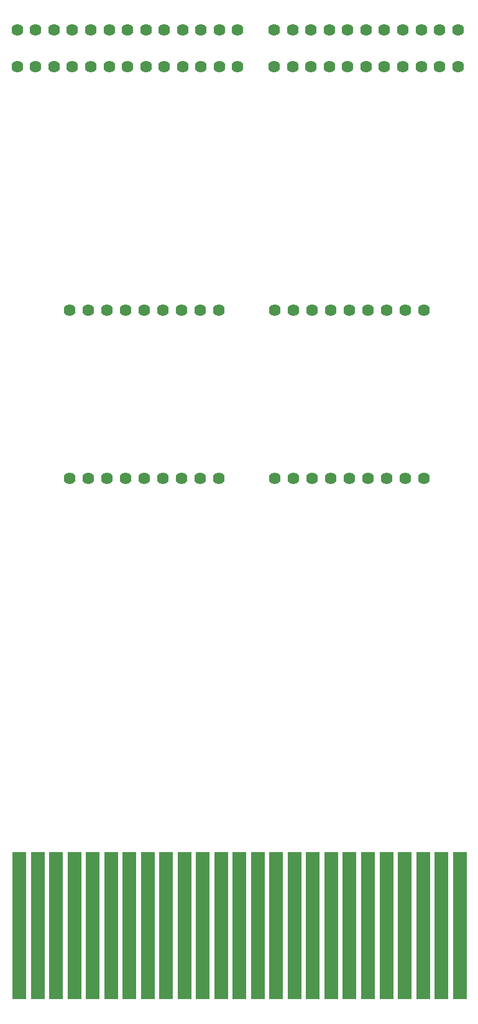
<source format=gbr>
%TF.GenerationSoftware,KiCad,Pcbnew,5.1.6*%
%TF.CreationDate,2020-09-02T19:20:37-05:00*%
%TF.ProjectId,test_pcb,74657374-5f70-4636-922e-6b696361645f,rev?*%
%TF.SameCoordinates,Original*%
%TF.FileFunction,Soldermask,Top*%
%TF.FilePolarity,Negative*%
%FSLAX46Y46*%
G04 Gerber Fmt 4.6, Leading zero omitted, Abs format (unit mm)*
G04 Created by KiCad (PCBNEW 5.1.6) date 2020-09-02 19:20:37*
%MOMM*%
%LPD*%
G01*
G04 APERTURE LIST*
%ADD10C,1.624000*%
%ADD11R,1.900000X20.100000*%
G04 APERTURE END LIST*
D10*
%TO.C,REF\u002A\u002A*%
X109740000Y-45760000D03*
X109740000Y-50760000D03*
X112240000Y-45760000D03*
X114740000Y-45760000D03*
X117240000Y-45760000D03*
X119740000Y-45760000D03*
X122240000Y-45760000D03*
X124740000Y-45760000D03*
X127240000Y-45760000D03*
X129740000Y-45760000D03*
X132240000Y-45760000D03*
X134740000Y-45760000D03*
X137240000Y-45760000D03*
X139740000Y-45760000D03*
X144740000Y-45760000D03*
X147240000Y-45760000D03*
X149740000Y-45760000D03*
X152240000Y-45760000D03*
X154740000Y-45760000D03*
X157240000Y-45760000D03*
X159740000Y-45760000D03*
X162240000Y-45760000D03*
X164740000Y-45760000D03*
X167240000Y-45760000D03*
X169740000Y-45760000D03*
X169740000Y-50760000D03*
X167240000Y-50760000D03*
X164740000Y-50760000D03*
X162240000Y-50760000D03*
X159740000Y-50760000D03*
X157240000Y-50760000D03*
X154740000Y-50760000D03*
X152240000Y-50760000D03*
X149740000Y-50760000D03*
X147240000Y-50760000D03*
X144740000Y-50760000D03*
X139740000Y-50760000D03*
X137240000Y-50760000D03*
X137240000Y-50760000D03*
X134740000Y-50760000D03*
X132240000Y-50760000D03*
X129740000Y-50760000D03*
X127240000Y-50760000D03*
X124740000Y-50760000D03*
X122240000Y-50760000D03*
X119740000Y-50760000D03*
X117240000Y-50760000D03*
X114740000Y-50760000D03*
X112240000Y-50760000D03*
%TD*%
D11*
%TO.C,REF\u002A\u002A*%
X170000000Y-167500000D03*
X167500000Y-167500000D03*
X165000000Y-167500000D03*
X162500000Y-167500000D03*
X160000000Y-167500000D03*
X157500000Y-167500000D03*
X155000000Y-167500000D03*
X152500000Y-167500000D03*
X150000000Y-167500000D03*
X147500000Y-167500000D03*
X145000000Y-167500000D03*
X142500000Y-167500000D03*
X140000000Y-167500000D03*
X137500000Y-167500000D03*
X135000000Y-167500000D03*
X132500000Y-167500000D03*
X130000000Y-167500000D03*
X127500000Y-167500000D03*
X125000000Y-167500000D03*
X122500000Y-167500000D03*
X120000000Y-167500000D03*
X117500000Y-167500000D03*
X115000000Y-167500000D03*
X112500000Y-167500000D03*
X110000000Y-167500000D03*
%TD*%
D10*
%TO.C,REF\u002A\u002A*%
X116840000Y-106680000D03*
X119380000Y-106680000D03*
X121920000Y-106680000D03*
X124460000Y-106680000D03*
X127000000Y-106680000D03*
X129540000Y-106680000D03*
X132080000Y-106680000D03*
X134620000Y-106680000D03*
X137160000Y-106680000D03*
X144780000Y-106680000D03*
X147320000Y-106680000D03*
X149860000Y-106680000D03*
X152400000Y-106680000D03*
X154940000Y-106680000D03*
X157480000Y-106680000D03*
X160020000Y-106680000D03*
X162560000Y-106680000D03*
X165100000Y-106680000D03*
X116840000Y-83820000D03*
X119380000Y-83820000D03*
X121920000Y-83820000D03*
X124460000Y-83820000D03*
X127000000Y-83820000D03*
X129540000Y-83820000D03*
X132080000Y-83820000D03*
X134620000Y-83820000D03*
X137160000Y-83820000D03*
X144780000Y-83820000D03*
X147320000Y-83820000D03*
X149860000Y-83820000D03*
X152400000Y-83820000D03*
X154940000Y-83820000D03*
X157480000Y-83820000D03*
X160020000Y-83820000D03*
X162560000Y-83820000D03*
X165100000Y-83820000D03*
%TD*%
M02*

</source>
